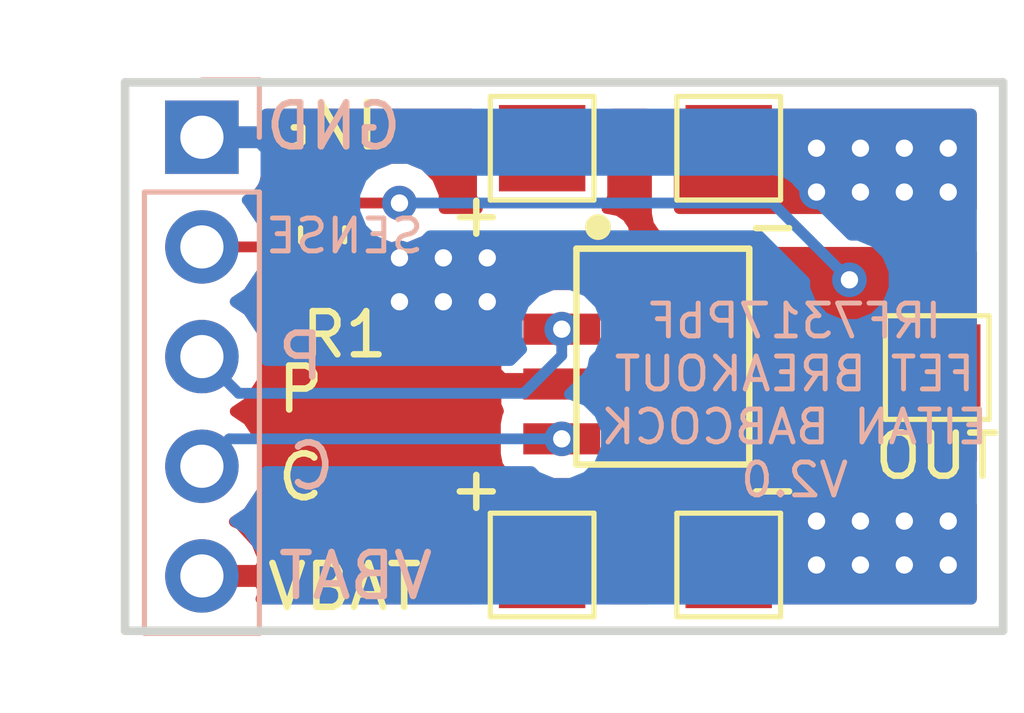
<source format=kicad_pcb>
(kicad_pcb (version 20171130) (host pcbnew 5.0.2-bee76a0~70~ubuntu18.04.1)

  (general
    (thickness 1.6)
    (drawings 14)
    (tracks 40)
    (zones 0)
    (modules 8)
    (nets 7)
  )

  (page A4)
  (layers
    (0 F.Cu signal)
    (31 B.Cu signal)
    (32 B.Adhes user)
    (33 F.Adhes user)
    (34 B.Paste user)
    (35 F.Paste user)
    (36 B.SilkS user)
    (37 F.SilkS user)
    (38 B.Mask user)
    (39 F.Mask user)
    (40 Dwgs.User user)
    (41 Cmts.User user)
    (42 Eco1.User user)
    (43 Eco2.User user)
    (44 Edge.Cuts user)
    (45 Margin user)
    (46 B.CrtYd user)
    (47 F.CrtYd user)
    (48 B.Fab user)
    (49 F.Fab user hide)
  )

  (setup
    (last_trace_width 0.25)
    (trace_clearance 0.2)
    (zone_clearance 0.508)
    (zone_45_only no)
    (trace_min 0.2)
    (segment_width 0.2)
    (edge_width 0.15)
    (via_size 0.8)
    (via_drill 0.4)
    (via_min_size 0.4)
    (via_min_drill 0.3)
    (uvia_size 0.3)
    (uvia_drill 0.1)
    (uvias_allowed no)
    (uvia_min_size 0.2)
    (uvia_min_drill 0.1)
    (pcb_text_width 0.3)
    (pcb_text_size 1.5 1.5)
    (mod_edge_width 0.15)
    (mod_text_size 1 1)
    (mod_text_width 0.15)
    (pad_size 1.524 1.524)
    (pad_drill 0.762)
    (pad_to_mask_clearance 0.051)
    (solder_mask_min_width 0.25)
    (aux_axis_origin 0 0)
    (visible_elements FFFFFF7F)
    (pcbplotparams
      (layerselection 0x010fc_ffffffff)
      (usegerberextensions false)
      (usegerberattributes false)
      (usegerberadvancedattributes false)
      (creategerberjobfile false)
      (excludeedgelayer true)
      (linewidth 0.100000)
      (plotframeref false)
      (viasonmask false)
      (mode 1)
      (useauxorigin false)
      (hpglpennumber 1)
      (hpglpenspeed 20)
      (hpglpendiameter 15.000000)
      (psnegative false)
      (psa4output false)
      (plotreference true)
      (plotvalue true)
      (plotinvisibletext false)
      (padsonsilk false)
      (subtractmaskfromsilk false)
      (outputformat 1)
      (mirror false)
      (drillshape 1)
      (scaleselection 1)
      (outputdirectory ""))
  )

  (net 0 "")
  (net 1 OUT)
  (net 2 C)
  (net 3 +BATT)
  (net 4 P)
  (net 5 GND)
  (net 6 SENSE)

  (net_class Default "This is the default net class."
    (clearance 0.2)
    (trace_width 0.25)
    (via_dia 0.8)
    (via_drill 0.4)
    (uvia_dia 0.3)
    (uvia_drill 0.1)
    (add_net +BATT)
    (add_net C)
    (add_net GND)
    (add_net OUT)
    (add_net P)
    (add_net SENSE)
  )

  (module blheli_esc:IRF7317PbF (layer F.Cu) (tedit 5C78BA88) (tstamp 5C913F30)
    (at 159.512 94.996 270)
    (path /5C794148)
    (fp_text reference FET1 (at 0.508 5.334) (layer F.Fab)
      (effects (font (size 1 1) (thickness 0.15)))
    )
    (fp_text value IRF7317PbF (at 0 0 90) (layer F.Fab)
      (effects (font (size 1 1) (thickness 0.15)))
    )
    (fp_line (start -2.5 -2) (end -2.5 2) (layer F.SilkS) (width 0.15))
    (fp_line (start -2.5 2) (end 2.5 2) (layer F.SilkS) (width 0.15))
    (fp_line (start 2.5 2) (end 2.5 -2) (layer F.SilkS) (width 0.15))
    (fp_line (start 2.5 -2) (end -2.5 -2) (layer F.SilkS) (width 0.15))
    (fp_circle (center -3 1.5) (end -2.85 1.5) (layer F.SilkS) (width 0.3))
    (pad 8 smd rect (at -1.905 -2.34 270) (size 0.72 1.78) (layers F.Cu F.Paste F.Mask)
      (net 1 OUT))
    (pad 7 smd rect (at -0.635 -2.34 270) (size 0.72 1.78) (layers F.Cu F.Paste F.Mask)
      (net 1 OUT))
    (pad 6 smd rect (at 0.635 -2.34 270) (size 0.72 1.78) (layers F.Cu F.Paste F.Mask)
      (net 1 OUT))
    (pad 5 smd rect (at 1.905 -2.34 270) (size 0.72 1.78) (layers F.Cu F.Paste F.Mask)
      (net 1 OUT))
    (pad 4 smd rect (at 1.905 2.34 270) (size 0.72 1.78) (layers F.Cu F.Paste F.Mask)
      (net 2 C))
    (pad 3 smd rect (at 0.635 2.34 270) (size 0.72 1.78) (layers F.Cu F.Paste F.Mask)
      (net 3 +BATT))
    (pad 2 smd rect (at -0.635 2.34 270) (size 0.72 1.78) (layers F.Cu F.Paste F.Mask)
      (net 4 P))
    (pad 1 smd rect (at -1.905 2.34 270) (size 0.72 1.78) (layers F.Cu F.Paste F.Mask)
      (net 5 GND))
  )

  (module Connector_PinHeader_2.54mm:PinHeader_1x05_P2.54mm_Vertical (layer B.Cu) (tedit 5C78BA82) (tstamp 5C913F49)
    (at 148.844 89.916 180)
    (descr "Through hole straight pin header, 1x05, 2.54mm pitch, single row")
    (tags "Through hole pin header THT 1x05 2.54mm single row")
    (path /5C798D5D)
    (fp_text reference J1 (at 0 2.33 180) (layer B.Fab)
      (effects (font (size 1 1) (thickness 0.15)) (justify mirror))
    )
    (fp_text value Conn_01x05 (at 0 -12.49 180) (layer B.Fab)
      (effects (font (size 1 1) (thickness 0.15)) (justify mirror))
    )
    (fp_line (start -0.635 1.27) (end 1.27 1.27) (layer B.Fab) (width 0.1))
    (fp_line (start 1.27 1.27) (end 1.27 -11.43) (layer B.Fab) (width 0.1))
    (fp_line (start 1.27 -11.43) (end -1.27 -11.43) (layer B.Fab) (width 0.1))
    (fp_line (start -1.27 -11.43) (end -1.27 0.635) (layer B.Fab) (width 0.1))
    (fp_line (start -1.27 0.635) (end -0.635 1.27) (layer B.Fab) (width 0.1))
    (fp_line (start -1.33 -11.49) (end 1.33 -11.49) (layer B.SilkS) (width 0.12))
    (fp_line (start -1.33 -1.27) (end -1.33 -11.49) (layer B.SilkS) (width 0.12))
    (fp_line (start 1.33 -1.27) (end 1.33 -11.49) (layer B.SilkS) (width 0.12))
    (fp_line (start -1.33 -1.27) (end 1.33 -1.27) (layer B.SilkS) (width 0.12))
    (fp_line (start -1.33 0) (end -1.33 1.33) (layer B.SilkS) (width 0.12))
    (fp_line (start -1.33 1.33) (end 0 1.33) (layer B.SilkS) (width 0.12))
    (fp_line (start -1.8 1.8) (end -1.8 -11.95) (layer B.CrtYd) (width 0.05))
    (fp_line (start -1.8 -11.95) (end 1.8 -11.95) (layer B.CrtYd) (width 0.05))
    (fp_line (start 1.8 -11.95) (end 1.8 1.8) (layer B.CrtYd) (width 0.05))
    (fp_line (start 1.8 1.8) (end -1.8 1.8) (layer B.CrtYd) (width 0.05))
    (fp_text user %R (at 0 -5.08 90) (layer B.Fab)
      (effects (font (size 1 1) (thickness 0.15)) (justify mirror))
    )
    (pad 1 thru_hole rect (at 0 0 180) (size 1.7 1.7) (drill 1) (layers *.Cu *.Mask)
      (net 5 GND))
    (pad 2 thru_hole oval (at 0 -2.54 180) (size 1.7 1.7) (drill 1) (layers *.Cu *.Mask)
      (net 6 SENSE))
    (pad 3 thru_hole oval (at 0 -5.08 180) (size 1.7 1.7) (drill 1) (layers *.Cu *.Mask)
      (net 4 P))
    (pad 4 thru_hole oval (at 0 -7.62 180) (size 1.7 1.7) (drill 1) (layers *.Cu *.Mask)
      (net 2 C))
    (pad 5 thru_hole oval (at 0 -10.16 180) (size 1.7 1.7) (drill 1) (layers *.Cu *.Mask)
      (net 3 +BATT))
    (model ${KISYS3DMOD}/Connector_PinHeader_2.54mm.3dshapes/PinHeader_1x05_P2.54mm_Vertical.wrl
      (at (xyz 0 0 0))
      (scale (xyz 1 1 1))
      (rotate (xyz 0 0 0))
    )
  )

  (module TestPoint:TestPoint_Pad_2.0x2.0mm (layer F.Cu) (tedit 5C78B3C5) (tstamp 5C913F57)
    (at 165.862 95.25)
    (descr "SMD rectangular pad as test Point, square 2.0mm side length")
    (tags "test point SMD pad rectangle square")
    (path /5C79438F)
    (attr virtual)
    (fp_text reference PAD1 (at 0 -1.998) (layer F.Fab)
      (effects (font (size 1 1) (thickness 0.15)))
    )
    (fp_text value OUT (at 0 2.05) (layer F.SilkS)
      (effects (font (size 1 1) (thickness 0.15)))
    )
    (fp_text user %R (at 0 -2) (layer F.Fab)
      (effects (font (size 1 1) (thickness 0.15)))
    )
    (fp_line (start -1.2 -1.2) (end 1.2 -1.2) (layer F.SilkS) (width 0.12))
    (fp_line (start 1.2 -1.2) (end 1.2 1.2) (layer F.SilkS) (width 0.12))
    (fp_line (start 1.2 1.2) (end -1.2 1.2) (layer F.SilkS) (width 0.12))
    (fp_line (start -1.2 1.2) (end -1.2 -1.2) (layer F.SilkS) (width 0.12))
    (fp_line (start -1.5 -1.5) (end 1.5 -1.5) (layer F.CrtYd) (width 0.05))
    (fp_line (start -1.5 -1.5) (end -1.5 1.5) (layer F.CrtYd) (width 0.05))
    (fp_line (start 1.5 1.5) (end 1.5 -1.5) (layer F.CrtYd) (width 0.05))
    (fp_line (start 1.5 1.5) (end -1.5 1.5) (layer F.CrtYd) (width 0.05))
    (pad 1 smd rect (at 0 0) (size 2 2) (layers F.Cu F.Mask)
      (net 1 OUT))
  )

  (module TestPoint:TestPoint_Pad_2.0x2.0mm (layer F.Cu) (tedit 5C78B3D1) (tstamp 5C913F65)
    (at 156.718 99.822)
    (descr "SMD rectangular pad as test Point, square 2.0mm side length")
    (tags "test point SMD pad rectangle square")
    (path /5C799510)
    (attr virtual)
    (fp_text reference PAD2 (at 0 -1.998) (layer F.Fab)
      (effects (font (size 1 1) (thickness 0.15)))
    )
    (fp_text value + (at -1.524 -1.778) (layer F.SilkS)
      (effects (font (size 1 1) (thickness 0.15)))
    )
    (fp_line (start 1.5 1.5) (end -1.5 1.5) (layer F.CrtYd) (width 0.05))
    (fp_line (start 1.5 1.5) (end 1.5 -1.5) (layer F.CrtYd) (width 0.05))
    (fp_line (start -1.5 -1.5) (end -1.5 1.5) (layer F.CrtYd) (width 0.05))
    (fp_line (start -1.5 -1.5) (end 1.5 -1.5) (layer F.CrtYd) (width 0.05))
    (fp_line (start -1.2 1.2) (end -1.2 -1.2) (layer F.SilkS) (width 0.12))
    (fp_line (start 1.2 1.2) (end -1.2 1.2) (layer F.SilkS) (width 0.12))
    (fp_line (start 1.2 -1.2) (end 1.2 1.2) (layer F.SilkS) (width 0.12))
    (fp_line (start -1.2 -1.2) (end 1.2 -1.2) (layer F.SilkS) (width 0.12))
    (fp_text user %R (at 0 -2) (layer F.Fab)
      (effects (font (size 1 1) (thickness 0.15)))
    )
    (pad 1 smd rect (at 0 0) (size 2 2) (layers F.Cu F.Mask)
      (net 3 +BATT))
  )

  (module TestPoint:TestPoint_Pad_2.0x2.0mm (layer F.Cu) (tedit 5C78B3DB) (tstamp 5C913F73)
    (at 161.036 99.822)
    (descr "SMD rectangular pad as test Point, square 2.0mm side length")
    (tags "test point SMD pad rectangle square")
    (path /5C799517)
    (attr virtual)
    (fp_text reference PAD3 (at 0 -1.998) (layer F.Fab)
      (effects (font (size 1 1) (thickness 0.15)))
    )
    (fp_text value - (at 1.016 -1.778) (layer F.SilkS)
      (effects (font (size 1 1) (thickness 0.15)))
    )
    (fp_text user %R (at 0 -2) (layer F.Fab)
      (effects (font (size 1 1) (thickness 0.15)))
    )
    (fp_line (start -1.2 -1.2) (end 1.2 -1.2) (layer F.SilkS) (width 0.12))
    (fp_line (start 1.2 -1.2) (end 1.2 1.2) (layer F.SilkS) (width 0.12))
    (fp_line (start 1.2 1.2) (end -1.2 1.2) (layer F.SilkS) (width 0.12))
    (fp_line (start -1.2 1.2) (end -1.2 -1.2) (layer F.SilkS) (width 0.12))
    (fp_line (start -1.5 -1.5) (end 1.5 -1.5) (layer F.CrtYd) (width 0.05))
    (fp_line (start -1.5 -1.5) (end -1.5 1.5) (layer F.CrtYd) (width 0.05))
    (fp_line (start 1.5 1.5) (end 1.5 -1.5) (layer F.CrtYd) (width 0.05))
    (fp_line (start 1.5 1.5) (end -1.5 1.5) (layer F.CrtYd) (width 0.05))
    (pad 1 smd rect (at 0 0) (size 2 2) (layers F.Cu F.Mask)
      (net 5 GND))
  )

  (module TestPoint:TestPoint_Pad_2.0x2.0mm (layer F.Cu) (tedit 5C78B3FB) (tstamp 5C913F81)
    (at 156.718 90.17)
    (descr "SMD rectangular pad as test Point, square 2.0mm side length")
    (tags "test point SMD pad rectangle square")
    (path /5C794894)
    (attr virtual)
    (fp_text reference PAD4 (at 0 -1.998) (layer F.Fab)
      (effects (font (size 1 1) (thickness 0.15)))
    )
    (fp_text value + (at -1.524 1.524) (layer F.SilkS)
      (effects (font (size 1 1) (thickness 0.15)))
    )
    (fp_line (start 1.5 1.5) (end -1.5 1.5) (layer F.CrtYd) (width 0.05))
    (fp_line (start 1.5 1.5) (end 1.5 -1.5) (layer F.CrtYd) (width 0.05))
    (fp_line (start -1.5 -1.5) (end -1.5 1.5) (layer F.CrtYd) (width 0.05))
    (fp_line (start -1.5 -1.5) (end 1.5 -1.5) (layer F.CrtYd) (width 0.05))
    (fp_line (start -1.2 1.2) (end -1.2 -1.2) (layer F.SilkS) (width 0.12))
    (fp_line (start 1.2 1.2) (end -1.2 1.2) (layer F.SilkS) (width 0.12))
    (fp_line (start 1.2 -1.2) (end 1.2 1.2) (layer F.SilkS) (width 0.12))
    (fp_line (start -1.2 -1.2) (end 1.2 -1.2) (layer F.SilkS) (width 0.12))
    (fp_text user %R (at 0 -2) (layer F.Fab)
      (effects (font (size 1 1) (thickness 0.15)))
    )
    (pad 1 smd rect (at 0 0) (size 2 2) (layers F.Cu F.Mask)
      (net 3 +BATT))
  )

  (module TestPoint:TestPoint_Pad_2.0x2.0mm (layer F.Cu) (tedit 5C78B3EC) (tstamp 5C913F8F)
    (at 161.036 90.17)
    (descr "SMD rectangular pad as test Point, square 2.0mm side length")
    (tags "test point SMD pad rectangle square")
    (path /5C7948B6)
    (attr virtual)
    (fp_text reference PAD5 (at 0 -1.998) (layer F.Fab)
      (effects (font (size 1 1) (thickness 0.15)))
    )
    (fp_text value - (at 1.016 1.778) (layer F.SilkS)
      (effects (font (size 1 1) (thickness 0.15)))
    )
    (fp_text user %R (at 0 -2) (layer F.Fab)
      (effects (font (size 1 1) (thickness 0.15)))
    )
    (fp_line (start -1.2 -1.2) (end 1.2 -1.2) (layer F.SilkS) (width 0.12))
    (fp_line (start 1.2 -1.2) (end 1.2 1.2) (layer F.SilkS) (width 0.12))
    (fp_line (start 1.2 1.2) (end -1.2 1.2) (layer F.SilkS) (width 0.12))
    (fp_line (start -1.2 1.2) (end -1.2 -1.2) (layer F.SilkS) (width 0.12))
    (fp_line (start -1.5 -1.5) (end 1.5 -1.5) (layer F.CrtYd) (width 0.05))
    (fp_line (start -1.5 -1.5) (end -1.5 1.5) (layer F.CrtYd) (width 0.05))
    (fp_line (start 1.5 1.5) (end 1.5 -1.5) (layer F.CrtYd) (width 0.05))
    (fp_line (start 1.5 1.5) (end -1.5 1.5) (layer F.CrtYd) (width 0.05))
    (pad 1 smd rect (at 0 0) (size 2 2) (layers F.Cu F.Mask)
      (net 5 GND))
  )

  (module Resistor_SMD:R_0603_1608Metric (layer F.Cu) (tedit 5B301BBD) (tstamp 5C9142AC)
    (at 151.638 92.1765 90)
    (descr "Resistor SMD 0603 (1608 Metric), square (rectangular) end terminal, IPC_7351 nominal, (Body size source: http://www.tortai-tech.com/upload/download/2011102023233369053.pdf), generated with kicad-footprint-generator")
    (tags resistor)
    (path /5C794630)
    (attr smd)
    (fp_text reference R1 (at -2.3115 0.508 180) (layer F.SilkS)
      (effects (font (size 1 1) (thickness 0.15)))
    )
    (fp_text value 10k (at 0 1.43 90) (layer F.Fab)
      (effects (font (size 1 1) (thickness 0.15)))
    )
    (fp_line (start -0.8 0.4) (end -0.8 -0.4) (layer F.Fab) (width 0.1))
    (fp_line (start -0.8 -0.4) (end 0.8 -0.4) (layer F.Fab) (width 0.1))
    (fp_line (start 0.8 -0.4) (end 0.8 0.4) (layer F.Fab) (width 0.1))
    (fp_line (start 0.8 0.4) (end -0.8 0.4) (layer F.Fab) (width 0.1))
    (fp_line (start -0.162779 -0.51) (end 0.162779 -0.51) (layer F.SilkS) (width 0.12))
    (fp_line (start -0.162779 0.51) (end 0.162779 0.51) (layer F.SilkS) (width 0.12))
    (fp_line (start -1.48 0.73) (end -1.48 -0.73) (layer F.CrtYd) (width 0.05))
    (fp_line (start -1.48 -0.73) (end 1.48 -0.73) (layer F.CrtYd) (width 0.05))
    (fp_line (start 1.48 -0.73) (end 1.48 0.73) (layer F.CrtYd) (width 0.05))
    (fp_line (start 1.48 0.73) (end -1.48 0.73) (layer F.CrtYd) (width 0.05))
    (fp_text user %R (at 0 0 90) (layer F.Fab)
      (effects (font (size 0.4 0.4) (thickness 0.06)))
    )
    (pad 1 smd roundrect (at -0.7875 0 90) (size 0.875 0.95) (layers F.Cu F.Paste F.Mask) (roundrect_rratio 0.25)
      (net 6 SENSE))
    (pad 2 smd roundrect (at 0.7875 0 90) (size 0.875 0.95) (layers F.Cu F.Paste F.Mask) (roundrect_rratio 0.25)
      (net 1 OUT))
    (model ${KISYS3DMOD}/Resistor_SMD.3dshapes/R_0603_1608Metric.wrl
      (at (xyz 0 0 0))
      (scale (xyz 1 1 1))
      (rotate (xyz 0 0 0))
    )
  )

  (gr_line (start 167.386 88.646) (end 147.066 88.646) (layer Edge.Cuts) (width 0.2))
  (gr_line (start 167.386 101.346) (end 167.386 88.646) (layer Edge.Cuts) (width 0.2))
  (gr_line (start 147.066 101.346) (end 167.386 101.346) (layer Edge.Cuts) (width 0.2))
  (gr_line (start 147.066 88.646) (end 147.066 101.346) (layer Edge.Cuts) (width 0.2))
  (gr_text "IRF7317PbF\nFET BREAKOUT\nEITAN BABCOCK\nV2.0" (at 162.56 96.012) (layer B.SilkS)
    (effects (font (size 0.762 0.762) (thickness 0.1143)) (justify mirror))
  )
  (gr_text GND (at 151.892 89.662) (layer B.SilkS)
    (effects (font (size 1.016 1.016) (thickness 0.1524)) (justify mirror))
  )
  (gr_text P (at 151.13 94.996) (layer B.SilkS)
    (effects (font (size 1.016 1.016) (thickness 0.1524)) (justify mirror))
  )
  (gr_text C (at 151.384 97.536) (layer B.SilkS)
    (effects (font (size 1.016 1.016) (thickness 0.1524)) (justify mirror))
  )
  (gr_text VBAT (at 152.4 100.076) (layer B.SilkS)
    (effects (font (size 1.016 1.016) (thickness 0.1524)) (justify mirror))
  )
  (gr_text SENSE (at 152.146 92.202) (layer B.SilkS)
    (effects (font (size 0.762 0.762) (thickness 0.1143)) (justify mirror))
  )
  (gr_text GND (at 151.892 89.662) (layer F.SilkS)
    (effects (font (size 1.016 1.016) (thickness 0.1524)))
  )
  (gr_text P (at 151.13 95.758) (layer F.SilkS)
    (effects (font (size 1.016 1.016) (thickness 0.1524)))
  )
  (gr_text C (at 151.13 97.79) (layer F.SilkS)
    (effects (font (size 1.016 1.016) (thickness 0.1524)))
  )
  (gr_text VBAT (at 152.146 100.33) (layer F.SilkS)
    (effects (font (size 1.016 1.016) (thickness 0.1524)))
  )

  (via (at 163.83 93.218) (size 0.8) (drill 0.4) (layers F.Cu B.Cu) (net 1))
  (segment (start 161.852 93.091) (end 163.703 93.091) (width 0.25) (layer F.Cu) (net 1))
  (segment (start 163.703 93.091) (end 163.83 93.218) (width 0.25) (layer F.Cu) (net 1))
  (via (at 153.416 91.44) (size 0.8) (drill 0.4) (layers F.Cu B.Cu) (net 1))
  (segment (start 163.83 93.218) (end 162.052 91.44) (width 0.25) (layer B.Cu) (net 1))
  (segment (start 162.052 91.44) (end 153.416 91.44) (width 0.25) (layer B.Cu) (net 1))
  (segment (start 151.689 91.44) (end 151.638 91.389) (width 0.25) (layer F.Cu) (net 1))
  (segment (start 153.416 91.44) (end 151.689 91.44) (width 0.25) (layer F.Cu) (net 1))
  (via (at 157.172 96.901) (size 0.8) (drill 0.4) (layers F.Cu B.Cu) (net 2))
  (segment (start 149.479 96.901) (end 148.844 97.536) (width 0.25) (layer B.Cu) (net 2))
  (segment (start 157.172 96.901) (end 149.479 96.901) (width 0.25) (layer B.Cu) (net 2))
  (via (at 157.172 94.361) (size 0.8) (drill 0.4) (layers F.Cu B.Cu) (net 4))
  (segment (start 149.693999 95.845999) (end 148.844 94.996) (width 0.25) (layer B.Cu) (net 4))
  (segment (start 156.297001 95.845999) (end 149.693999 95.845999) (width 0.25) (layer B.Cu) (net 4))
  (segment (start 157.172 94.971) (end 156.297001 95.845999) (width 0.25) (layer B.Cu) (net 4))
  (segment (start 157.172 94.361) (end 157.172 94.971) (width 0.25) (layer B.Cu) (net 4))
  (via (at 154.432 92.71) (size 0.8) (drill 0.4) (layers F.Cu B.Cu) (net 5))
  (via (at 153.416 92.71) (size 0.8) (drill 0.4) (layers F.Cu B.Cu) (net 5))
  (via (at 163.068 98.806) (size 0.8) (drill 0.4) (layers F.Cu B.Cu) (net 5))
  (via (at 163.068 99.822) (size 0.8) (drill 0.4) (layers F.Cu B.Cu) (net 5))
  (via (at 164.084 99.822) (size 0.8) (drill 0.4) (layers F.Cu B.Cu) (net 5))
  (via (at 164.084 98.806) (size 0.8) (drill 0.4) (layers F.Cu B.Cu) (net 5))
  (via (at 165.1 98.806) (size 0.8) (drill 0.4) (layers F.Cu B.Cu) (net 5))
  (via (at 165.1 99.822) (size 0.8) (drill 0.4) (layers F.Cu B.Cu) (net 5))
  (via (at 166.116 99.822) (size 0.8) (drill 0.4) (layers F.Cu B.Cu) (net 5))
  (via (at 166.116 98.806) (size 0.8) (drill 0.4) (layers F.Cu B.Cu) (net 5))
  (via (at 166.116 90.17) (size 0.8) (drill 0.4) (layers F.Cu B.Cu) (net 5))
  (via (at 166.116 91.186) (size 0.8) (drill 0.4) (layers F.Cu B.Cu) (net 5))
  (via (at 165.1 91.186) (size 0.8) (drill 0.4) (layers F.Cu B.Cu) (net 5))
  (via (at 165.1 90.17) (size 0.8) (drill 0.4) (layers F.Cu B.Cu) (net 5))
  (via (at 164.084 90.17) (size 0.8) (drill 0.4) (layers F.Cu B.Cu) (net 5))
  (via (at 164.084 91.186) (size 0.8) (drill 0.4) (layers F.Cu B.Cu) (net 5))
  (via (at 163.068 91.186) (size 0.8) (drill 0.4) (layers F.Cu B.Cu) (net 5))
  (via (at 163.068 90.17) (size 0.8) (drill 0.4) (layers F.Cu B.Cu) (net 5))
  (via (at 155.448 92.71) (size 0.8) (drill 0.4) (layers F.Cu B.Cu) (net 5))
  (via (at 155.448 93.726) (size 0.8) (drill 0.4) (layers F.Cu B.Cu) (net 5))
  (via (at 154.432 93.726) (size 0.8) (drill 0.4) (layers F.Cu B.Cu) (net 5))
  (via (at 153.416 93.726) (size 0.8) (drill 0.4) (layers F.Cu B.Cu) (net 5))
  (segment (start 151.13 92.456) (end 151.638 92.964) (width 0.25) (layer F.Cu) (net 6))
  (segment (start 148.844 92.456) (end 151.13 92.456) (width 0.25) (layer F.Cu) (net 6))

  (zone (net 1) (net_name OUT) (layer F.Cu) (tstamp 0) (hatch edge 0.508)
    (priority 1)
    (connect_pads yes (clearance 0.508))
    (min_thickness 0.254)
    (fill yes (arc_segments 16) (thermal_gap 0.508) (thermal_bridge_width 0.508))
    (polygon
      (pts
        (xy 160.782 92.456) (xy 160.782 97.536) (xy 167.132 97.536) (xy 167.132 92.456)
      )
    )
    (filled_polygon
      (pts
        (xy 166.651 97.409) (xy 160.909 97.409) (xy 160.909 92.583) (xy 166.651001 92.583)
      )
    )
  )
  (zone (net 5) (net_name GND) (layer B.Cu) (tstamp 0) (hatch edge 0.508)
    (connect_pads (clearance 0.508))
    (min_thickness 0.254)
    (fill yes (arc_segments 16) (thermal_gap 0.508) (thermal_bridge_width 0.508))
    (polygon
      (pts
        (xy 147.066 88.646) (xy 147.066 101.346) (xy 167.386 101.346) (xy 167.386 88.646)
      )
    )
    (filled_polygon
      (pts
        (xy 166.651 100.611) (xy 150.251674 100.611) (xy 150.358092 100.076) (xy 150.242839 99.496582) (xy 149.914625 99.005375)
        (xy 149.616239 98.806) (xy 149.914625 98.606625) (xy 150.242839 98.115418) (xy 150.333228 97.661) (xy 156.468289 97.661)
        (xy 156.58572 97.778431) (xy 156.966126 97.936) (xy 157.377874 97.936) (xy 157.75828 97.778431) (xy 158.049431 97.48728)
        (xy 158.207 97.106874) (xy 158.207 96.695126) (xy 158.049431 96.31472) (xy 157.75828 96.023569) (xy 157.377874 95.866)
        (xy 157.351802 95.866) (xy 157.656475 95.561327) (xy 157.719929 95.518929) (xy 157.762327 95.455476) (xy 157.762329 95.455474)
        (xy 157.867502 95.29807) (xy 157.887904 95.267537) (xy 157.927317 95.069394) (xy 158.049431 94.94728) (xy 158.207 94.566874)
        (xy 158.207 94.155126) (xy 158.049431 93.77472) (xy 157.75828 93.483569) (xy 157.377874 93.326) (xy 156.966126 93.326)
        (xy 156.58572 93.483569) (xy 156.294569 93.77472) (xy 156.137 94.155126) (xy 156.137 94.566874) (xy 156.243708 94.82449)
        (xy 155.982199 95.085999) (xy 150.34019 95.085999) (xy 150.358092 94.996) (xy 150.242839 94.416582) (xy 149.914625 93.925375)
        (xy 149.616239 93.726) (xy 149.914625 93.526625) (xy 150.242839 93.035418) (xy 150.358092 92.456) (xy 150.242839 91.876582)
        (xy 149.914625 91.385375) (xy 149.892967 91.370904) (xy 150.053698 91.304327) (xy 150.123899 91.234126) (xy 152.381 91.234126)
        (xy 152.381 91.645874) (xy 152.538569 92.02628) (xy 152.82972 92.317431) (xy 153.210126 92.475) (xy 153.621874 92.475)
        (xy 154.00228 92.317431) (xy 154.119711 92.2) (xy 161.737199 92.2) (xy 162.795 93.257802) (xy 162.795 93.423874)
        (xy 162.952569 93.80428) (xy 163.24372 94.095431) (xy 163.624126 94.253) (xy 164.035874 94.253) (xy 164.41628 94.095431)
        (xy 164.707431 93.80428) (xy 164.865 93.423874) (xy 164.865 93.012126) (xy 164.707431 92.63172) (xy 164.41628 92.340569)
        (xy 164.035874 92.183) (xy 163.869802 92.183) (xy 162.642331 90.95553) (xy 162.599929 90.892071) (xy 162.348537 90.724096)
        (xy 162.126852 90.68) (xy 162.126847 90.68) (xy 162.052 90.665112) (xy 161.977153 90.68) (xy 154.119711 90.68)
        (xy 154.00228 90.562569) (xy 153.621874 90.405) (xy 153.210126 90.405) (xy 152.82972 90.562569) (xy 152.538569 90.85372)
        (xy 152.381 91.234126) (xy 150.123899 91.234126) (xy 150.232327 91.125699) (xy 150.329 90.89231) (xy 150.329 90.20175)
        (xy 150.17025 90.043) (xy 148.971 90.043) (xy 148.971 90.063) (xy 148.717 90.063) (xy 148.717 90.043)
        (xy 148.697 90.043) (xy 148.697 89.789) (xy 148.717 89.789) (xy 148.717 89.769) (xy 148.971 89.769)
        (xy 148.971 89.789) (xy 150.17025 89.789) (xy 150.329 89.63025) (xy 150.329 89.381) (xy 166.651001 89.381)
      )
    )
  )
  (zone (net 3) (net_name +BATT) (layer F.Cu) (tstamp 0) (hatch edge 0.508)
    (connect_pads (clearance 0.508))
    (min_thickness 0.254)
    (fill yes (arc_segments 16) (thermal_gap 0.508) (thermal_bridge_width 0.508))
    (polygon
      (pts
        (xy 147.066 88.646) (xy 147.066 101.346) (xy 167.386 101.346) (xy 167.386 88.646)
      )
    )
    (filled_polygon
      (pts
        (xy 155.083 89.88425) (xy 155.24175 90.043) (xy 156.591 90.043) (xy 156.591 90.023) (xy 156.845 90.023)
        (xy 156.845 90.043) (xy 158.19425 90.043) (xy 158.353 89.88425) (xy 158.353 89.381) (xy 159.131 89.381)
        (xy 159.131 91.694) (xy 159.179336 91.937004) (xy 159.316987 92.143013) (xy 159.522996 92.280664) (xy 159.766 92.329)
        (xy 160.172262 92.329) (xy 160.147 92.456) (xy 160.147 97.536) (xy 160.172262 97.663) (xy 159.766 97.663)
        (xy 159.522996 97.711336) (xy 159.316987 97.848987) (xy 159.179336 98.054996) (xy 159.131 98.298) (xy 159.131 100.611)
        (xy 158.353 100.611) (xy 158.353 100.10775) (xy 158.19425 99.949) (xy 156.845 99.949) (xy 156.845 99.969)
        (xy 156.591 99.969) (xy 156.591 99.949) (xy 155.24175 99.949) (xy 155.083 100.10775) (xy 155.083 100.611)
        (xy 150.211705 100.611) (xy 150.285476 100.43289) (xy 150.164155 100.203) (xy 148.971 100.203) (xy 148.971 100.223)
        (xy 148.717 100.223) (xy 148.717 100.203) (xy 148.697 100.203) (xy 148.697 99.949) (xy 148.717 99.949)
        (xy 148.717 99.929) (xy 148.971 99.929) (xy 148.971 99.949) (xy 150.164155 99.949) (xy 150.285476 99.71911)
        (xy 150.115645 99.309076) (xy 149.725358 98.880817) (xy 149.595522 98.819843) (xy 149.781329 98.69569) (xy 155.083 98.69569)
        (xy 155.083 99.53625) (xy 155.24175 99.695) (xy 156.591 99.695) (xy 156.591 98.34575) (xy 156.845 98.34575)
        (xy 156.845 99.695) (xy 158.19425 99.695) (xy 158.353 99.53625) (xy 158.353 98.69569) (xy 158.256327 98.462301)
        (xy 158.077698 98.283673) (xy 157.844309 98.187) (xy 157.00375 98.187) (xy 156.845 98.34575) (xy 156.591 98.34575)
        (xy 156.43225 98.187) (xy 155.591691 98.187) (xy 155.358302 98.283673) (xy 155.179673 98.462301) (xy 155.083 98.69569)
        (xy 149.781329 98.69569) (xy 149.914625 98.606625) (xy 150.242839 98.115418) (xy 150.358092 97.536) (xy 150.242839 96.956582)
        (xy 149.965157 96.541) (xy 155.63456 96.541) (xy 155.63456 97.261) (xy 155.683843 97.508765) (xy 155.824191 97.718809)
        (xy 156.034235 97.859157) (xy 156.282 97.90844) (xy 156.89959 97.90844) (xy 156.966126 97.936) (xy 157.377874 97.936)
        (xy 157.44441 97.90844) (xy 158.062 97.90844) (xy 158.309765 97.859157) (xy 158.519809 97.718809) (xy 158.660157 97.508765)
        (xy 158.70944 97.261) (xy 158.70944 96.541) (xy 158.660157 96.293235) (xy 158.637916 96.25995) (xy 158.697 96.117309)
        (xy 158.697 95.91675) (xy 158.53825 95.758) (xy 157.299 95.758) (xy 157.299 95.778) (xy 157.045 95.778)
        (xy 157.045 95.758) (xy 155.80575 95.758) (xy 155.647 95.91675) (xy 155.647 96.117309) (xy 155.706084 96.25995)
        (xy 155.683843 96.293235) (xy 155.63456 96.541) (xy 149.965157 96.541) (xy 149.914625 96.465375) (xy 149.616239 96.266)
        (xy 149.914625 96.066625) (xy 150.242839 95.575418) (xy 150.358092 94.996) (xy 150.242839 94.416582) (xy 149.914625 93.925375)
        (xy 149.616239 93.726) (xy 149.914625 93.526625) (xy 150.122178 93.216) (xy 150.522174 93.216) (xy 150.581495 93.514227)
        (xy 150.769261 93.795239) (xy 151.050273 93.983005) (xy 151.38175 94.04894) (xy 151.89425 94.04894) (xy 152.225727 93.983005)
        (xy 152.273 93.951418) (xy 152.273 94.234) (xy 152.321336 94.477004) (xy 152.458987 94.683013) (xy 152.664996 94.820664)
        (xy 152.908 94.869) (xy 155.448 94.869) (xy 155.655778 94.827671) (xy 155.683843 94.968765) (xy 155.706084 95.00205)
        (xy 155.647 95.144691) (xy 155.647 95.34525) (xy 155.80575 95.504) (xy 157.045 95.504) (xy 157.045 95.484)
        (xy 157.299 95.484) (xy 157.299 95.504) (xy 158.53825 95.504) (xy 158.697 95.34525) (xy 158.697 95.144691)
        (xy 158.637916 95.00205) (xy 158.660157 94.968765) (xy 158.70944 94.721) (xy 158.70944 94.001) (xy 158.692952 93.91811)
        (xy 158.828664 93.715004) (xy 158.877 93.472) (xy 158.877 92.202) (xy 158.828664 91.958996) (xy 158.691013 91.752987)
        (xy 158.485004 91.615336) (xy 158.242 91.567) (xy 158.219026 91.567) (xy 158.256327 91.529699) (xy 158.353 91.29631)
        (xy 158.353 90.45575) (xy 158.19425 90.297) (xy 156.845 90.297) (xy 156.845 90.317) (xy 156.591 90.317)
        (xy 156.591 90.297) (xy 155.24175 90.297) (xy 155.083 90.45575) (xy 155.083 91.29631) (xy 155.179673 91.529699)
        (xy 155.216974 91.567) (xy 154.451 91.567) (xy 154.451 91.234126) (xy 154.293431 90.85372) (xy 154.00228 90.562569)
        (xy 153.621874 90.405) (xy 153.210126 90.405) (xy 152.82972 90.562569) (xy 152.712289 90.68) (xy 152.588416 90.68)
        (xy 152.506739 90.557761) (xy 152.225727 90.369995) (xy 151.89425 90.30406) (xy 151.38175 90.30406) (xy 151.050273 90.369995)
        (xy 150.769261 90.557761) (xy 150.581495 90.838773) (xy 150.51556 91.17025) (xy 150.51556 91.60775) (xy 150.533114 91.696)
        (xy 150.122178 91.696) (xy 149.914625 91.385375) (xy 149.896381 91.373184) (xy 149.941765 91.364157) (xy 150.151809 91.223809)
        (xy 150.292157 91.013765) (xy 150.34144 90.766) (xy 150.34144 89.381) (xy 155.083 89.381)
      )
    )
  )
  (zone (net 5) (net_name GND) (layer F.Cu) (tstamp 0) (hatch edge 0.508)
    (priority 1)
    (connect_pads yes (clearance 0.508))
    (min_thickness 0.254)
    (fill yes (arc_segments 16) (thermal_gap 0.508) (thermal_bridge_width 0.508))
    (polygon
      (pts
        (xy 159.766 101.346) (xy 166.878 101.346) (xy 166.878 98.298) (xy 159.766 98.298)
      )
    )
    (filled_polygon
      (pts
        (xy 166.651 100.611) (xy 159.893 100.611) (xy 159.893 98.425) (xy 166.651 98.425)
      )
    )
  )
  (zone (net 5) (net_name GND) (layer F.Cu) (tstamp 0) (hatch edge 0.508)
    (priority 1)
    (connect_pads yes (clearance 0.508))
    (min_thickness 0.254)
    (fill yes (arc_segments 16) (thermal_gap 0.508) (thermal_bridge_width 0.508))
    (polygon
      (pts
        (xy 159.766 88.646) (xy 166.878 88.646) (xy 166.878 91.694) (xy 159.766 91.694)
      )
    )
    (filled_polygon
      (pts
        (xy 166.651001 91.567) (xy 159.893 91.567) (xy 159.893 89.381) (xy 166.651001 89.381)
      )
    )
  )
  (zone (net 5) (net_name GND) (layer F.Cu) (tstamp 0) (hatch edge 0.508)
    (priority 1)
    (connect_pads yes (clearance 0.508))
    (min_thickness 0.254)
    (fill yes (arc_segments 16) (thermal_gap 0.508) (thermal_bridge_width 0.508))
    (polygon
      (pts
        (xy 152.908 92.202) (xy 152.908 94.234) (xy 155.448 94.234) (xy 156.21 93.472) (xy 158.242 93.472)
        (xy 158.242 92.202)
      )
    )
    (filled_polygon
      (pts
        (xy 158.115 93.345) (xy 157.423744 93.345) (xy 157.377874 93.326) (xy 156.966126 93.326) (xy 156.920256 93.345)
        (xy 156.21 93.345) (xy 156.161399 93.354667) (xy 156.120197 93.382197) (xy 156.115769 93.386625) (xy 156.034235 93.402843)
        (xy 155.824191 93.543191) (xy 155.683843 93.753235) (xy 155.667625 93.834769) (xy 155.395394 94.107) (xy 153.035 94.107)
        (xy 153.035 92.402461) (xy 153.210126 92.475) (xy 153.621874 92.475) (xy 153.97435 92.329) (xy 158.115 92.329)
      )
    )
  )
)

</source>
